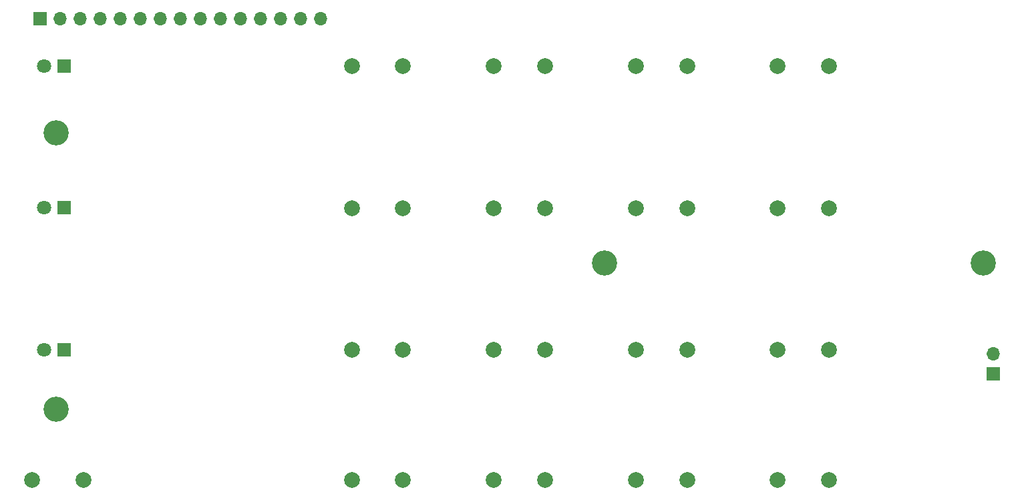
<source format=gbr>
%TF.GenerationSoftware,KiCad,Pcbnew,7.0.1-0*%
%TF.CreationDate,2024-08-11T08:47:00+01:00*%
%TF.ProjectId,Zero_1_Control_Panel,5a65726f-5f31-45f4-936f-6e74726f6c5f,rev?*%
%TF.SameCoordinates,Original*%
%TF.FileFunction,Soldermask,Top*%
%TF.FilePolarity,Negative*%
%FSLAX46Y46*%
G04 Gerber Fmt 4.6, Leading zero omitted, Abs format (unit mm)*
G04 Created by KiCad (PCBNEW 7.0.1-0) date 2024-08-11 08:47:00*
%MOMM*%
%LPD*%
G01*
G04 APERTURE LIST*
%ADD10C,2.000000*%
%ADD11C,3.200000*%
%ADD12R,1.700000X1.700000*%
%ADD13O,1.700000X1.700000*%
%ADD14R,1.800000X1.800000*%
%ADD15C,1.800000*%
G04 APERTURE END LIST*
D10*
%TO.C,SW5*%
X114500000Y-78040000D03*
X121000000Y-78040000D03*
%TD*%
D11*
%TO.C,H1*%
X59000000Y-68500000D03*
%TD*%
D12*
%TO.C,J2*%
X177800000Y-99060000D03*
D13*
X177800000Y-96520000D03*
%TD*%
D12*
%TO.C,J1*%
X57000000Y-54000000D03*
D13*
X59540000Y-54000000D03*
X62080000Y-54000000D03*
X64620000Y-54000000D03*
X67160000Y-54000000D03*
X69700000Y-54000000D03*
X72240000Y-54000000D03*
X74780000Y-54000000D03*
X77320000Y-54000000D03*
X79860000Y-54000000D03*
X82400000Y-54000000D03*
X84940000Y-54000000D03*
X87480000Y-54000000D03*
X90020000Y-54000000D03*
X92560000Y-54000000D03*
%TD*%
D10*
%TO.C,SW3*%
X132500000Y-96040000D03*
X139000000Y-96040000D03*
%TD*%
%TO.C,SW6*%
X132500000Y-78040000D03*
X139000000Y-78040000D03*
%TD*%
%TO.C,SW16*%
X132500000Y-112540000D03*
X139000000Y-112540000D03*
%TD*%
%TO.C,SW11*%
X150500000Y-112540000D03*
X157000000Y-112540000D03*
%TD*%
%TO.C,SW13*%
X150500000Y-60040000D03*
X157000000Y-60040000D03*
%TD*%
%TO.C,SW7*%
X96500000Y-60040000D03*
X103000000Y-60040000D03*
%TD*%
%TO.C,SW12*%
X114500000Y-112540000D03*
X121000000Y-112540000D03*
%TD*%
%TO.C,SW17*%
X56000000Y-112540000D03*
X62500000Y-112540000D03*
%TD*%
D11*
%TO.C,H4*%
X176500000Y-85000000D03*
%TD*%
D14*
%TO.C,D1*%
X60000000Y-60000000D03*
D15*
X57460000Y-60000000D03*
%TD*%
D10*
%TO.C,SW14*%
X150500000Y-96040000D03*
X157000000Y-96040000D03*
%TD*%
%TO.C,SW2*%
X114500000Y-96040000D03*
X121000000Y-96040000D03*
%TD*%
D11*
%TO.C,H3*%
X128500000Y-85000000D03*
%TD*%
D10*
%TO.C,SW15*%
X150500000Y-78040000D03*
X157000000Y-78040000D03*
%TD*%
%TO.C,SW9*%
X132500000Y-60040000D03*
X139000000Y-60040000D03*
%TD*%
%TO.C,SW1*%
X96500000Y-96040000D03*
X103000000Y-96040000D03*
%TD*%
D14*
%TO.C,D2*%
X60000000Y-78000000D03*
D15*
X57460000Y-78000000D03*
%TD*%
D11*
%TO.C,H2*%
X59000000Y-103500000D03*
%TD*%
D10*
%TO.C,SW10*%
X96500000Y-112540000D03*
X103000000Y-112540000D03*
%TD*%
D14*
%TO.C,D3*%
X60000000Y-96000000D03*
D15*
X57460000Y-96000000D03*
%TD*%
D10*
%TO.C,SW4*%
X96500000Y-78040000D03*
X103000000Y-78040000D03*
%TD*%
%TO.C,SW8*%
X114500000Y-60040000D03*
X121000000Y-60040000D03*
%TD*%
M02*

</source>
